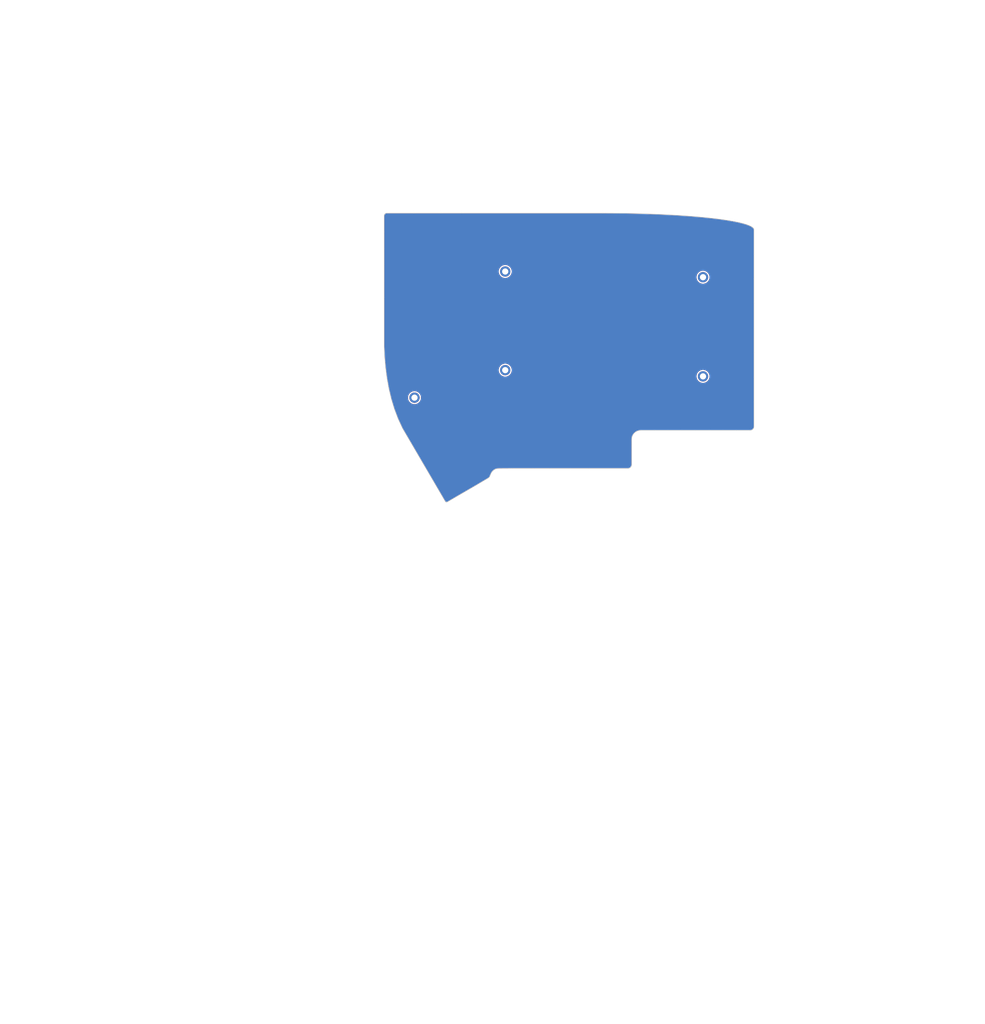
<source format=kicad_pcb>
(kicad_pcb (version 20221018) (generator pcbnew)
  (layers (0 "F.Cu" signal) (31 "B.Cu" signal) (34 "B.Paste" user) (35 "F.Paste" user) (36 "B.SilkS" user "B.Silkscreen") (37 "F.SilkS" user "F.Silkscreen") (38 "B.Mask" user) (39 "F.Mask" user) (44 "Edge.Cuts" user))
  (net 0 "")
  (footprint "Lily58-footprint:M2_HOLE_PCB" (layer "F.Cu") (at 94.643 108.204 90)
    (fp_text reference "TH7" hide)
    (fp_text value "HOLE")
    (pad "" thru_hole circle (at 0 0 90) (size 4 4) (drill 2.4) (layers "*.Cu" "*.Mask"))
  )
  (footprint "Lily58-footprint:M2_HOLE_PCB" (layer "F.Cu") (at 129.6 97.6)
    (fp_text reference "TH5" hide)
    (fp_text value "HOLE")
    (pad "" thru_hole circle (at 0 0) (size 4 4) (drill 2.4) (layers "*.Cu" "*.Mask"))
  )
  (footprint "Lily58-footprint:M2_HOLE_PCB" (layer "F.Cu") (at 129.6 59.6)
    (fp_text reference "TH3" hide)
    (fp_text value "HOLE")
    (pad "" thru_hole circle (at 0 0) (size 4 4) (drill 2.4) (layers "*.Cu" "*.Mask"))
  )
  (footprint "Lily58-footprint:M2_HOLE_PCB" (layer "F.Cu") (at 205.8 100)
    (fp_text reference "TH6" hide)
    (fp_text value "HOLE")
    (pad "" thru_hole circle (at 0 0) (size 4 4) (drill 2.4) (layers "*.Cu" "*.Mask"))
  )
  (footprint "Lily58-footprint:M2_HOLE_PCB" (layer "F.Cu") (at 205.8 61.8)
    (fp_text reference "TH4" hide)
    (fp_text value "HOLE")
    (pad "" thru_hole circle (at 0 0) (size 4 4) (drill 2.4) (layers "*.Cu" "*.Mask"))
  )
  (gr_line (start 162.080304 135.46715) (end 176.819348 135.472851) (stroke (width 0.2)) (layer "Edge.Cuts"))
  (gr_line (start 106.445843 148.14174) (end 106.551301 148.276474) (stroke (width 0.2)) (layer "Edge.Cuts"))
  (gr_line (start 187.253445 37.484996) (end 184.548044 37.385239) (stroke (width 0.2)) (layer "Edge.Cuts"))
  (gr_line (start 98.371341 134.32002) (end 100.047036 137.18634) (stroke (width 0.2)) (layer "Edge.Cuts"))
  (gr_line (start 82.937777 88.592317) (end 82.937528 75.978362) (stroke (width 0.2)) (layer "Edge.Cuts"))
  (gr_line (start 197.423884 38.018646) (end 194.986234 37.865835) (stroke (width 0.2)) (layer "Edge.Cuts"))
  (gr_line (start 225.459999 119.289735) (end 225.429552 119.592231) (stroke (width 0.2)) (layer "Edge.Cuts"))
  (gr_line (start 124.050893 137.534708) (end 124.373397 136.940155) (stroke (width 0.2)) (layer "Edge.Cuts"))
  (gr_line (start 106.551301 148.276474) (end 106.668334 148.376122) (stroke (width 0.2)) (layer "Edge.Cuts"))
  (gr_line (start 225.46 81.363245) (end 225.46 90.844867) (stroke (width 0.2)) (layer "Edge.Cuts"))
  (gr_line (start 224.767759 42.482293) (end 224.256304 42.169429) (stroke (width 0.2)) (layer "Edge.Cuts"))
  (gr_line (start 123.338893 138.960688) (end 123.11694 139.143777) (stroke (width 0.2)) (layer "Edge.Cuts"))
  (gr_line (start 176.099435 37.173098) (end 173.184572 37.132753) (stroke (width 0.2)) (layer "Edge.Cuts"))
  (gr_line (start 82.937528 57.057562) (end 82.937528 50.750629) (stroke (width 0.2)) (layer "Edge.Cuts"))
  (gr_line (start 224.79896 120.533736) (end 224.544152 120.671952) (stroke (width 0.2)) (layer "Edge.Cuts"))
  (gr_line (start 112.859945 37.1) (end 104.803877 37.1) (stroke (width 0.2)) (layer "Edge.Cuts"))
  (gr_line (start 82.959523 37.925015) (end 83.020657 37.727855) (stroke (width 0.2)) (layer "Edge.Cuts"))
  (gr_line (start 225.46 43.436755) (end 225.46 52.918378) (stroke (width 0.2)) (layer "Edge.Cuts"))
  (gr_line (start 220.867153 40.977085) (end 219.702246 40.695764) (stroke (width 0.2)) (layer "Edge.Cuts"))
  (gr_line (start 106.668334 148.376122) (end 106.796476 148.440035) (stroke (width 0.2)) (layer "Edge.Cuts"))
  (gr_line (start 178.201565 134.557003) (end 178.063349 134.811812) (stroke (width 0.2)) (layer "Edge.Cuts"))
  (gr_line (start 181.113524 120.860778) (end 181.819348 120.789735) (stroke (width 0.2)) (layer "Edge.Cuts"))
  (gr_line (start 88.291758 116.318073) (end 89.993333 119.98954) (stroke (width 0.2)) (layer "Edge.Cuts"))
  (gr_line (start 178.594174 122.926713) (end 178.916678 122.33216) (stroke (width 0.2)) (layer "Edge.Cuts"))
  (gr_line (start 139.971738 135.46715) (end 147.34126 135.46715) (stroke (width 0.2)) (layer "Edge.Cuts"))
  (gr_line (start 107.410764 148.325346) (end 111.159536 146.136286) (stroke (width 0.2)) (layer "Edge.Cuts"))
  (gr_line (start 202.889673 120.789735) (end 208.157255 120.789735) (stroke (width 0.2)) (layer "Edge.Cuts"))
  (gr_line (start 224.256304 42.169429) (end 223.606873 41.862078) (stroke (width 0.2)) (layer "Edge.Cuts"))
  (gr_line (start 206.377599 38.748614) (end 204.265988 38.549108) (stroke (width 0.2)) (layer "Edge.Cuts"))
  (gr_line (start 126.578295 135.52473) (end 127.276067 135.495519) (stroke (width 0.2)) (layer "Edge.Cuts"))
  (gr_line (start 147.34126 135.46715) (end 154.710782 135.46715) (stroke (width 0.2)) (layer "Edge.Cuts"))
  (gr_line (start 86.863105 112.53067) (end 88.291758 116.318073) (stroke (width 0.2)) (layer "Edge.Cuts"))
  (gr_line (start 178.319348 133.972851) (end 178.288901 134.275347) (stroke (width 0.2)) (layer "Edge.Cuts"))
  (gr_line (start 125.913045 135.672556) (end 126.578295 135.52473) (stroke (width 0.2)) (layer "Edge.Cuts"))
  (gr_line (start 178.319348 127.943854) (end 178.319348 129.161894) (stroke (width 0.2)) (layer "Edge.Cuts"))
  (gr_line (start 123.660197 138.483927) (end 123.521981 138.738736) (stroke (width 0.2)) (layer "Edge.Cuts"))
  (gr_line (start 93.344258 125.721062) (end 95.019952 128.587381) (stroke (width 0.2)) (layer "Edge.Cuts"))
  (gr_line (start 225.46 71.881623) (end 225.46 81.363245) (stroke (width 0.2)) (layer "Edge.Cuts"))
  (gr_line (start 117.862313 142.25573) (end 123.11694 139.143777) (stroke (width 0.2)) (layer "Edge.Cuts"))
  (gr_line (start 114.510925 144.196008) (end 116.186619 143.225869) (stroke (width 0.2)) (layer "Edge.Cuts"))
  (gr_line (start 225.204001 120.128696) (end 225.020912 120.350648) (stroke (width 0.2)) (layer "Edge.Cuts"))
  (gr_line (start 192.354511 120.789735) (end 197.622092 120.789735) (stroke (width 0.2)) (layer "Edge.Cuts"))
  (gr_line (start 82.937528 69.671429) (end 82.937528 63.364495) (stroke (width 0.2)) (layer "Edge.Cuts"))
  (gr_line (start 124.800603 136.422266) (end 125.318492 135.99506) (stroke (width 0.2)) (layer "Edge.Cuts"))
  (gr_line (start 180.456326 121.064561) (end 181.113524 120.860778) (stroke (width 0.2)) (layer "Edge.Cuts"))
  (gr_line (start 199.785488 38.183727) (end 197.423884 38.018646) (stroke (width 0.2)) (layer "Edge.Cuts"))
  (gr_line (start 189.897372 37.598613) (end 187.253445 37.484996) (stroke (width 0.2)) (layer "Edge.Cuts"))
  (gr_line (start 123.784295 138.202271) (end 124.050893 137.534708) (stroke (width 0.2)) (layer "Edge.Cuts"))
  (gr_line (start 178.319348 129.161894) (end 178.319348 130.379933) (stroke (width 0.2)) (layer "Edge.Cuts"))
  (gr_line (start 181.784814 37.299738) (end 178.967396 37.228892) (stroke (width 0.2)) (layer "Edge.Cuts"))
  (gr_line (start 208.157255 120.789735) (end 213.424836 120.789735) (stroke (width 0.2)) (layer "Edge.Cuts"))
  (gr_line (start 83.400937 37.265961) (end 83.579303 37.16921) (stroke (width 0.2)) (layer "Edge.Cuts"))
  (gr_line (start 84.747083 104.695246) (end 85.688004 108.649127) (stroke (width 0.2)) (layer "Edge.Cuts"))
  (gr_line (start 94.396044 37.1) (end 83.98821 37.1) (stroke (width 0.2)) (layer "Edge.Cuts"))
  (gr_line (start 167.228714 37.1) (end 112.859945 37.1) (stroke (width 0.2)) (layer "Edge.Cuts"))
  (gr_line (start 225.46 43.436755) (end 225.362166 43.122973) (stroke (width 0.2)) (layer "Edge.Cuts"))
  (gr_line (start 83.490297 96.657663) (end 84.020972 100.690825) (stroke (width 0.2)) (layer "Edge.Cuts"))
  (gr_line (start 202.067404 38.36068) (end 199.785488 38.183727) (stroke (width 0.2)) (layer "Edge.Cuts"))
  (gr_line (start 91.668563 122.854742) (end 93.344258 125.721062) (stroke (width 0.2)) (layer "Edge.Cuts"))
  (gr_line (start 82.937528 63.364495) (end 82.937528 57.057562) (stroke (width 0.2)) (layer "Edge.Cuts"))
  (gr_line (start 83.776462 37.108075) (end 83.98821 37.1) (stroke (width 0.2)) (layer "Edge.Cuts"))
  (gr_line (start 170.226451 37.108255) (end 167.228714 37.1) (stroke (width 0.2)) (layer "Edge.Cuts"))
  (gr_line (start 178.319348 131.597973) (end 178.319348 133.972851) (stroke (width 0.2)) (layer "Edge.Cuts"))
  (gr_line (start 217.016792 40.156023) (end 215.503531 39.898397) (stroke (width 0.2)) (layer "Edge.Cuts"))
  (gr_line (start 89.992869 119.988423) (end 91.668563 122.854742) (stroke (width 0.2)) (layer "Edge.Cuts"))
  (gr_line (start 213.881437 39.649465) (end 212.154154 39.409622) (stroke (width 0.2)) (layer "Edge.Cuts"))
  (gr_line (start 221.908655 41.265509) (end 220.867153 40.977085) (stroke (width 0.2)) (layer "Edge.Cuts"))
  (gr_line (start 178.916678 122.33216) (end 179.343884 121.814271) (stroke (width 0.2)) (layer "Edge.Cuts"))
  (gr_line (start 173.184572 37.132753) (end 170.226451 37.108255) (stroke (width 0.2)) (layer "Edge.Cuts"))
  (gr_line (start 187.086929 120.789735) (end 192.354511 120.789735) (stroke (width 0.2)) (layer "Edge.Cuts"))
  (gr_line (start 85.688004 108.649127) (end 86.863105 112.53067) (stroke (width 0.2)) (layer "Edge.Cuts"))
  (gr_line (start 178.319348 130.379933) (end 178.319348 131.597973) (stroke (width 0.2)) (layer "Edge.Cuts"))
  (gr_line (start 84.020972 100.690825) (end 84.747083 104.695246) (stroke (width 0.2)) (layer "Edge.Cuts"))
  (gr_line (start 123.784295 138.202271) (end 123.660197 138.483927) (stroke (width 0.2)) (layer "Edge.Cuts"))
  (gr_line (start 123.521981 138.738736) (end 123.338893 138.960688) (stroke (width 0.2)) (layer "Edge.Cuts"))
  (gr_line (start 107.084212 148.458058) (end 107.24287 148.410868) (stroke (width 0.2)) (layer "Edge.Cuts"))
  (gr_line (start 95.019952 128.587381) (end 96.695647 131.453701) (stroke (width 0.2)) (layer "Edge.Cuts"))
  (gr_line (start 178.319348 124.289735) (end 178.319348 125.507775) (stroke (width 0.2)) (layer "Edge.Cuts"))
  (gr_line (start 100.047036 137.18634) (end 101.72273 140.052659) (stroke (width 0.2)) (layer "Edge.Cuts"))
  (gr_line (start 218.692418 120.789735) (end 223.959999 120.789735) (stroke (width 0.2)) (layer "Edge.Cuts"))
  (gr_line (start 82.93821 38.136762) (end 82.959523 37.925015) (stroke (width 0.2)) (layer "Edge.Cuts"))
  (gr_line (start 224.262495 120.759288) (end 223.959999 120.789735) (stroke (width 0.2)) (layer "Edge.Cuts"))
  (gr_line (start 181.819348 120.789735) (end 187.086929 120.789735) (stroke (width 0.2)) (layer "Edge.Cuts"))
  (gr_line (start 178.288901 134.275347) (end 178.201565 134.557003) (stroke (width 0.2)) (layer "Edge.Cuts"))
  (gr_line (start 106.935258 148.467564) (end 107.084212 148.458058) (stroke (width 0.2)) (layer "Edge.Cuts"))
  (gr_line (start 177.658308 135.216853) (end 177.4035 135.355069) (stroke (width 0.2)) (layer "Edge.Cuts"))
  (gr_line (start 178.319348 125.507775) (end 178.319348 126.725814) (stroke (width 0.2)) (layer "Edge.Cuts"))
  (gr_line (start 179.861773 121.387065) (end 180.456326 121.064561) (stroke (width 0.2)) (layer "Edge.Cuts"))
  (gr_line (start 225.46 52.918378) (end 225.46 62.4) (stroke (width 0.2)) (layer "Edge.Cuts"))
  (gr_line (start 225.362166 43.122973) (end 225.137594 42.800273) (stroke (width 0.2)) (layer "Edge.Cuts"))
  (gr_line (start 178.063349 134.811812) (end 177.880261 135.033764) (stroke (width 0.2)) (layer "Edge.Cuts"))
  (gr_line (start 204.265988 38.549108) (end 202.067404 38.36068) (stroke (width 0.2)) (layer "Edge.Cuts"))
  (gr_line (start 225.137594 42.800273) (end 224.767759 42.482293) (stroke (width 0.2)) (layer "Edge.Cuts"))
  (gr_line (start 106.796476 148.440035) (end 106.935258 148.467564) (stroke (width 0.2)) (layer "Edge.Cuts"))
  (gr_line (start 101.72273 140.052659) (end 106.352431 147.972569) (stroke (width 0.2)) (layer "Edge.Cuts"))
  (gr_line (start 218.417578 40.421945) (end 217.016792 40.156023) (stroke (width 0.2)) (layer "Edge.Cuts"))
  (gr_line (start 82.937528 50.750629) (end 82.937528 44.443695) (stroke (width 0.2)) (layer "Edge.Cuts"))
  (gr_line (start 194.986234 37.865835) (end 192.476183 37.725692) (stroke (width 0.2)) (layer "Edge.Cuts"))
  (gr_line (start 96.695647 131.453701) (end 98.371341 134.32002) (stroke (width 0.2)) (layer "Edge.Cuts"))
  (gr_line (start 112.83523 145.166147) (end 114.510925 144.196008) (stroke (width 0.2)) (layer "Edge.Cuts"))
  (gr_line (start 222.823109 41.56064) (end 221.908655 41.265509) (stroke (width 0.2)) (layer "Edge.Cuts"))
  (gr_line (start 225.46 109.808112) (end 225.46 119.289735) (stroke (width 0.2)) (layer "Edge.Cuts"))
  (gr_line (start 178.319348 126.725814) (end 178.319348 127.943854) (stroke (width 0.2)) (layer "Edge.Cuts"))
  (gr_line (start 178.319348 124.289735) (end 178.390391 123.583911) (stroke (width 0.2)) (layer "Edge.Cuts"))
  (gr_line (start 223.606873 41.862078) (end 222.823109 41.56064) (stroke (width 0.2)) (layer "Edge.Cuts"))
  (gr_line (start 225.020912 120.350648) (end 224.79896 120.533736) (stroke (width 0.2)) (layer "Edge.Cuts"))
  (gr_line (start 208.398592 38.9588) (end 206.377599 38.748614) (stroke (width 0.2)) (layer "Edge.Cuts"))
  (gr_line (start 111.159536 146.136286) (end 112.83523 145.166147) (stroke (width 0.2)) (layer "Edge.Cuts"))
  (gr_line (start 225.429552 119.592231) (end 225.342217 119.873887) (stroke (width 0.2)) (layer "Edge.Cuts"))
  (gr_line (start 177.880261 135.033764) (end 177.658308 135.216853) (stroke (width 0.2)) (layer "Edge.Cuts"))
  (gr_line (start 83.579303 37.16921) (end 83.776462 37.108075) (stroke (width 0.2)) (layer "Edge.Cuts"))
  (gr_line (start 178.967396 37.228892) (end 176.099435 37.173098) (stroke (width 0.2)) (layer "Edge.Cuts"))
  (gr_line (start 225.46 62.4) (end 225.46 71.881623) (stroke (width 0.2)) (layer "Edge.Cuts"))
  (gr_line (start 178.390391 123.583911) (end 178.594174 122.926713) (stroke (width 0.2)) (layer "Edge.Cuts"))
  (gr_line (start 225.46 100.32649) (end 225.46 109.808112) (stroke (width 0.2)) (layer "Edge.Cuts"))
  (gr_line (start 212.154154 39.409622) (end 210.325324 39.179268) (stroke (width 0.2)) (layer "Edge.Cuts"))
  (gr_line (start 224.544152 120.671952) (end 224.262495 120.759288) (stroke (width 0.2)) (layer "Edge.Cuts"))
  (gr_line (start 127.276067 135.495519) (end 132.602217 135.46715) (stroke (width 0.2)) (layer "Edge.Cuts"))
  (gr_line (start 210.325324 39.179268) (end 208.398592 38.9588) (stroke (width 0.2)) (layer "Edge.Cuts"))
  (gr_line (start 225.342217 119.873887) (end 225.204001 120.128696) (stroke (width 0.2)) (layer "Edge.Cuts"))
  (gr_line (start 225.46 90.844867) (end 225.46 100.32649) (stroke (width 0.2)) (layer "Edge.Cuts"))
  (gr_line (start 215.503531 39.898397) (end 213.881437 39.649465) (stroke (width 0.2)) (layer "Edge.Cuts"))
  (gr_line (start 125.318492 135.99506) (end 125.913045 135.672556) (stroke (width 0.2)) (layer "Edge.Cuts"))
  (gr_line (start 124.373397 136.940155) (end 124.800603 136.422266) (stroke (width 0.2)) (layer "Edge.Cuts"))
  (gr_line (start 82.937528 44.443695) (end 82.937528 38.136762) (stroke (width 0.2)) (layer "Edge.Cuts"))
  (gr_line (start 83.117409 37.549489) (end 83.24557 37.394123) (stroke (width 0.2)) (layer "Edge.Cuts"))
  (gr_line (start 106.352431 147.972569) (end 106.445843 148.14174) (stroke (width 0.2)) (layer "Edge.Cuts"))
  (gr_line (start 177.4035 135.355069) (end 177.121844 135.442404) (stroke (width 0.2)) (layer "Edge.Cuts"))
  (gr_line (start 82.937528 75.978362) (end 82.937528 69.671429) (stroke (width 0.2)) (layer "Edge.Cuts"))
  (gr_line (start 184.548044 37.385239) (end 181.784814 37.299738) (stroke (width 0.2)) (layer "Edge.Cuts"))
  (gr_line (start 83.24557 37.394123) (end 83.400937 37.265961) (stroke (width 0.2)) (layer "Edge.Cuts"))
  (gr_line (start 82.937777 88.592317) (end 83.13569 92.617561) (stroke (width 0.2)) (layer "Edge.Cuts"))
  (gr_line (start 83.13569 92.617561) (end 83.490297 96.657663) (stroke (width 0.2)) (layer "Edge.Cuts"))
  (gr_line (start 197.622092 120.789735) (end 202.889673 120.789735) (stroke (width 0.2)) (layer "Edge.Cuts"))
  (gr_line (start 83.020657 37.727855) (end 83.117409 37.549489) (stroke (width 0.2)) (layer "Edge.Cuts"))
  (gr_line (start 219.702246 40.695764) (end 218.417578 40.421945) (stroke (width 0.2)) (layer "Edge.Cuts"))
  (gr_line (start 213.424836 120.789735) (end 218.692418 120.789735) (stroke (width 0.2)) (layer "Edge.Cuts"))
  (gr_line (start 179.343884 121.814271) (end 179.861773 121.387065) (stroke (width 0.2)) (layer "Edge.Cuts"))
  (gr_line (start 132.602217 135.46715) (end 139.971738 135.46715) (stroke (width 0.2)) (layer "Edge.Cuts"))
  (gr_line (start 177.121844 135.442404) (end 176.819348 135.472851) (stroke (width 0.2)) (layer "Edge.Cuts"))
  (gr_line (start 192.476183 37.725692) (end 189.897372 37.598613) (stroke (width 0.2)) (layer "Edge.Cuts"))
  (gr_line (start 104.803877 37.1) (end 94.396044 37.1) (stroke (width 0.2)) (layer "Edge.Cuts"))
  (gr_line (start 107.24287 148.410868) (end 107.410764 148.325346) (stroke (width 0.2)) (layer "Edge.Cuts"))
  (gr_line (start 116.186619 143.225869) (end 117.862313 142.25573) (stroke (width 0.2)) (layer "Edge.Cuts"))
  (gr_line (start 154.710782 135.46715) (end 162.080304 135.46715) (stroke (width 0.2)) (layer "Edge.Cuts"))
  (zone (net 0) (net_name "") (layers "F&B.Cu") (connect_pads (clearance 0.508)) (min_thickness 0.25) (fill yes (thermal_gap 0.5) (thermal_bridge_width 0.5) (island_removal_mode 1) (island_area_min 10))
    (polygon (pts (xy 61.722 17.399) (xy 260.604 17.399) (xy 260.858 17.653) (xy 260.858 163.449) (xy 60.198 163.449) (xy 60.071 163.322) (xy 60.071 161.544) (xy 61.976 159.639) (xy 61.722 159.385)))
  )
)
</source>
